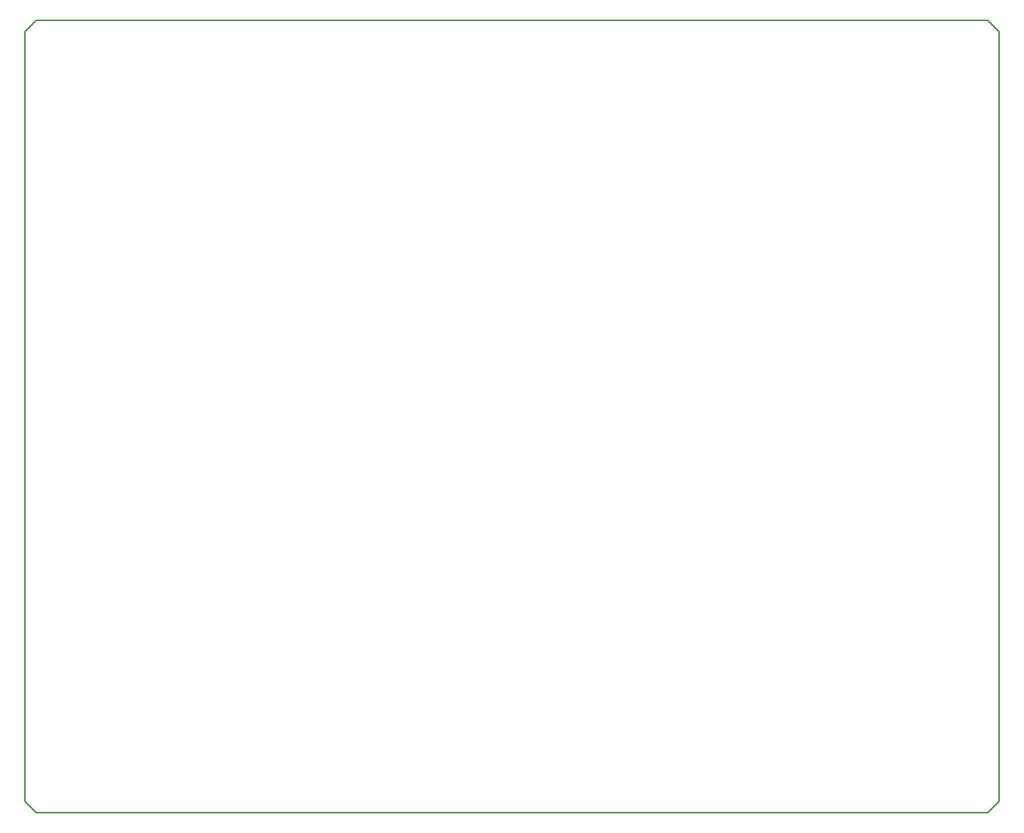
<source format=gm1>
G04 #@! TF.FileFunction,Profile,NP*
%FSLAX46Y46*%
G04 Gerber Fmt 4.6, Leading zero omitted, Abs format (unit mm)*
G04 Created by KiCad (PCBNEW 4.0.6) date Mon Sep 18 01:17:52 2017*
%MOMM*%
%LPD*%
G01*
G04 APERTURE LIST*
%ADD10C,0.100000*%
%ADD11C,0.150000*%
G04 APERTURE END LIST*
D10*
D11*
X212090000Y-149860000D02*
X209550000Y-149860000D01*
X213360000Y-148590000D02*
X213360000Y-146050000D01*
X212090000Y-149860000D02*
X213360000Y-148590000D01*
X213360000Y-62230000D02*
X213360000Y-64770000D01*
X212090000Y-60960000D02*
X213360000Y-62230000D01*
X209550000Y-60960000D02*
X212090000Y-60960000D01*
X104140000Y-148590000D02*
X104140000Y-146050000D01*
X105410000Y-149860000D02*
X104140000Y-148590000D01*
X107950000Y-149860000D02*
X105410000Y-149860000D01*
X105410000Y-60960000D02*
X107950000Y-60960000D01*
X104140000Y-62230000D02*
X105410000Y-60960000D01*
X104140000Y-64770000D02*
X104140000Y-62230000D01*
X209550000Y-149860000D02*
X208280000Y-149860000D01*
X213360000Y-64770000D02*
X213360000Y-146050000D01*
X208280000Y-60960000D02*
X209550000Y-60960000D01*
X107950000Y-149860000D02*
X208280000Y-149860000D01*
X104140000Y-64770000D02*
X104140000Y-146050000D01*
X208280000Y-60960000D02*
X107950000Y-60960000D01*
M02*

</source>
